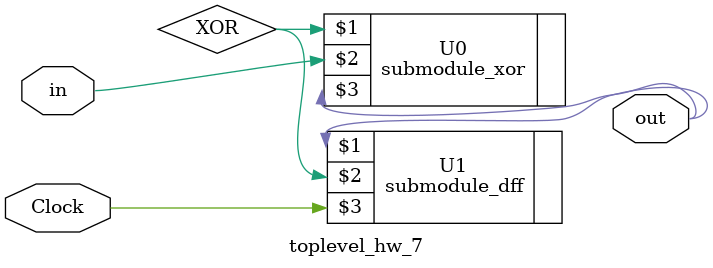
<source format=v>
`include "submodule_dff.v"
`include "submodule_xor.v"
module toplevel_hw_7(
    output wire out,
    input wire in,Clock
);
wire XOR;
submodule_xor U0 (XOR,in,out); // XOR is data in to D Flip Flop
submodule_dff U1 (out,XOR,Clock);
endmodule

</source>
